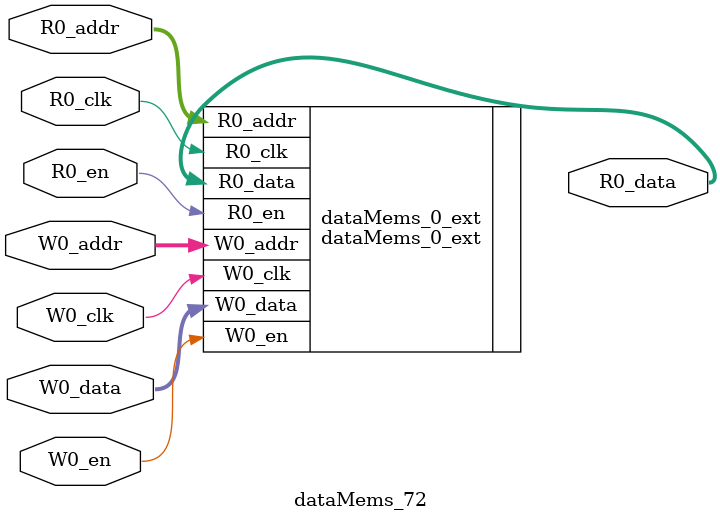
<source format=sv>
`ifndef RANDOMIZE
  `ifdef RANDOMIZE_REG_INIT
    `define RANDOMIZE
  `endif // RANDOMIZE_REG_INIT
`endif // not def RANDOMIZE
`ifndef RANDOMIZE
  `ifdef RANDOMIZE_MEM_INIT
    `define RANDOMIZE
  `endif // RANDOMIZE_MEM_INIT
`endif // not def RANDOMIZE

`ifndef RANDOM
  `define RANDOM $random
`endif // not def RANDOM

// Users can define 'PRINTF_COND' to add an extra gate to prints.
`ifndef PRINTF_COND_
  `ifdef PRINTF_COND
    `define PRINTF_COND_ (`PRINTF_COND)
  `else  // PRINTF_COND
    `define PRINTF_COND_ 1
  `endif // PRINTF_COND
`endif // not def PRINTF_COND_

// Users can define 'ASSERT_VERBOSE_COND' to add an extra gate to assert error printing.
`ifndef ASSERT_VERBOSE_COND_
  `ifdef ASSERT_VERBOSE_COND
    `define ASSERT_VERBOSE_COND_ (`ASSERT_VERBOSE_COND)
  `else  // ASSERT_VERBOSE_COND
    `define ASSERT_VERBOSE_COND_ 1
  `endif // ASSERT_VERBOSE_COND
`endif // not def ASSERT_VERBOSE_COND_

// Users can define 'STOP_COND' to add an extra gate to stop conditions.
`ifndef STOP_COND_
  `ifdef STOP_COND
    `define STOP_COND_ (`STOP_COND)
  `else  // STOP_COND
    `define STOP_COND_ 1
  `endif // STOP_COND
`endif // not def STOP_COND_

// Users can define INIT_RANDOM as general code that gets injected into the
// initializer block for modules with registers.
`ifndef INIT_RANDOM
  `define INIT_RANDOM
`endif // not def INIT_RANDOM

// If using random initialization, you can also define RANDOMIZE_DELAY to
// customize the delay used, otherwise 0.002 is used.
`ifndef RANDOMIZE_DELAY
  `define RANDOMIZE_DELAY 0.002
`endif // not def RANDOMIZE_DELAY

// Define INIT_RANDOM_PROLOG_ for use in our modules below.
`ifndef INIT_RANDOM_PROLOG_
  `ifdef RANDOMIZE
    `ifdef VERILATOR
      `define INIT_RANDOM_PROLOG_ `INIT_RANDOM
    `else  // VERILATOR
      `define INIT_RANDOM_PROLOG_ `INIT_RANDOM #`RANDOMIZE_DELAY begin end
    `endif // VERILATOR
  `else  // RANDOMIZE
    `define INIT_RANDOM_PROLOG_
  `endif // RANDOMIZE
`endif // not def INIT_RANDOM_PROLOG_

// Include register initializers in init blocks unless synthesis is set
`ifndef SYNTHESIS
  `ifndef ENABLE_INITIAL_REG_
    `define ENABLE_INITIAL_REG_
  `endif // not def ENABLE_INITIAL_REG_
`endif // not def SYNTHESIS

// Include rmemory initializers in init blocks unless synthesis is set
`ifndef SYNTHESIS
  `ifndef ENABLE_INITIAL_MEM_
    `define ENABLE_INITIAL_MEM_
  `endif // not def ENABLE_INITIAL_MEM_
`endif // not def SYNTHESIS

module dataMems_72(	// @[generators/ara/src/main/scala/UnsafeAXI4ToTL.scala:365:62]
  input  [4:0]   R0_addr,
  input          R0_en,
  input          R0_clk,
  output [258:0] R0_data,
  input  [4:0]   W0_addr,
  input          W0_en,
  input          W0_clk,
  input  [258:0] W0_data
);

  dataMems_0_ext dataMems_0_ext (	// @[generators/ara/src/main/scala/UnsafeAXI4ToTL.scala:365:62]
    .R0_addr (R0_addr),
    .R0_en   (R0_en),
    .R0_clk  (R0_clk),
    .R0_data (R0_data),
    .W0_addr (W0_addr),
    .W0_en   (W0_en),
    .W0_clk  (W0_clk),
    .W0_data (W0_data)
  );
endmodule


</source>
